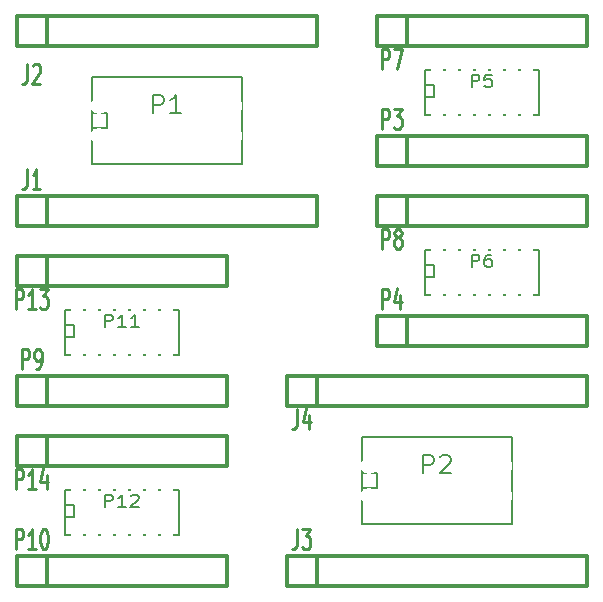
<source format=gto>
G04 (created by PCBNEW-RS274X (2011-12-28 BZR 3254)-stable) date 2012. 03. 05. 18:39:53*
G01*
G70*
G90*
%MOIN*%
G04 Gerber Fmt 3.4, Leading zero omitted, Abs format*
%FSLAX34Y34*%
G04 APERTURE LIST*
%ADD10C,0.006000*%
%ADD11C,0.005000*%
%ADD12C,0.012000*%
%ADD13C,0.008000*%
%ADD14C,0.010700*%
%ADD15R,0.040000X0.070000*%
%ADD16R,0.075000X0.075000*%
%ADD17C,0.075000*%
%ADD18R,0.040000X0.065000*%
%ADD19C,0.055000*%
G04 APERTURE END LIST*
G54D10*
G54D11*
X12500Y-09950D02*
X12500Y-07050D01*
X07500Y-07050D02*
X07500Y-09950D01*
X12500Y-09950D02*
X07500Y-09950D01*
X07500Y-07050D02*
X12500Y-07050D01*
X07500Y-08250D02*
X08000Y-08250D01*
X08000Y-08250D02*
X08000Y-08750D01*
X08000Y-08750D02*
X07500Y-08750D01*
X21500Y-21950D02*
X21500Y-19050D01*
X16500Y-19050D02*
X16500Y-21950D01*
X21500Y-21950D02*
X16500Y-21950D01*
X16500Y-19050D02*
X21500Y-19050D01*
X16500Y-20250D02*
X17000Y-20250D01*
X17000Y-20250D02*
X17000Y-20750D01*
X17000Y-20750D02*
X16500Y-20750D01*
G54D12*
X05000Y-12000D02*
X05000Y-11000D01*
X05000Y-11000D02*
X15000Y-11000D01*
X15000Y-11000D02*
X15000Y-12000D01*
X15000Y-12000D02*
X05000Y-12000D01*
X06000Y-12000D02*
X06000Y-11000D01*
X05000Y-06000D02*
X05000Y-05000D01*
X05000Y-05000D02*
X15000Y-05000D01*
X15000Y-05000D02*
X15000Y-06000D01*
X15000Y-06000D02*
X05000Y-06000D01*
X06000Y-06000D02*
X06000Y-05000D01*
X14000Y-24000D02*
X14000Y-23000D01*
X14000Y-23000D02*
X24000Y-23000D01*
X24000Y-23000D02*
X24000Y-24000D01*
X24000Y-24000D02*
X14000Y-24000D01*
X15000Y-24000D02*
X15000Y-23000D01*
X14000Y-18000D02*
X14000Y-17000D01*
X14000Y-17000D02*
X24000Y-17000D01*
X24000Y-17000D02*
X24000Y-18000D01*
X24000Y-18000D02*
X14000Y-18000D01*
X15000Y-18000D02*
X15000Y-17000D01*
G54D13*
X18600Y-06800D02*
X22400Y-06800D01*
X22400Y-06800D02*
X22400Y-08300D01*
X22400Y-08300D02*
X18600Y-08300D01*
X18600Y-08300D02*
X18600Y-06800D01*
X18600Y-07300D02*
X18900Y-07300D01*
X18900Y-07300D02*
X18900Y-07700D01*
X18900Y-07700D02*
X18600Y-07700D01*
X06600Y-14800D02*
X10400Y-14800D01*
X10400Y-14800D02*
X10400Y-16300D01*
X10400Y-16300D02*
X06600Y-16300D01*
X06600Y-16300D02*
X06600Y-14800D01*
X06600Y-15300D02*
X06900Y-15300D01*
X06900Y-15300D02*
X06900Y-15700D01*
X06900Y-15700D02*
X06600Y-15700D01*
G54D12*
X17000Y-11000D02*
X17000Y-11000D01*
X17000Y-11000D02*
X24000Y-11000D01*
X24000Y-11000D02*
X24000Y-12000D01*
X24000Y-12000D02*
X17000Y-12000D01*
X17000Y-12000D02*
X17000Y-11000D01*
X18000Y-12000D02*
X18000Y-12000D01*
X18000Y-12000D02*
X18000Y-11000D01*
X05000Y-17000D02*
X05000Y-17000D01*
X05000Y-17000D02*
X12000Y-17000D01*
X12000Y-17000D02*
X12000Y-18000D01*
X12000Y-18000D02*
X05000Y-18000D01*
X05000Y-18000D02*
X05000Y-17000D01*
X06000Y-18000D02*
X06000Y-18000D01*
X06000Y-18000D02*
X06000Y-17000D01*
X05000Y-23000D02*
X05000Y-23000D01*
X05000Y-23000D02*
X12000Y-23000D01*
X12000Y-23000D02*
X12000Y-24000D01*
X12000Y-24000D02*
X05000Y-24000D01*
X05000Y-24000D02*
X05000Y-23000D01*
X06000Y-24000D02*
X06000Y-24000D01*
X06000Y-24000D02*
X06000Y-23000D01*
X17000Y-15000D02*
X17000Y-15000D01*
X17000Y-15000D02*
X24000Y-15000D01*
X24000Y-15000D02*
X24000Y-16000D01*
X24000Y-16000D02*
X17000Y-16000D01*
X17000Y-16000D02*
X17000Y-15000D01*
X18000Y-16000D02*
X18000Y-16000D01*
X18000Y-16000D02*
X18000Y-15000D01*
X05000Y-13000D02*
X05000Y-13000D01*
X05000Y-13000D02*
X12000Y-13000D01*
X12000Y-13000D02*
X12000Y-14000D01*
X12000Y-14000D02*
X05000Y-14000D01*
X05000Y-14000D02*
X05000Y-13000D01*
X06000Y-14000D02*
X06000Y-14000D01*
X06000Y-14000D02*
X06000Y-13000D01*
X05000Y-19000D02*
X05000Y-19000D01*
X05000Y-19000D02*
X12000Y-19000D01*
X12000Y-19000D02*
X12000Y-20000D01*
X12000Y-20000D02*
X05000Y-20000D01*
X05000Y-20000D02*
X05000Y-19000D01*
X06000Y-20000D02*
X06000Y-20000D01*
X06000Y-20000D02*
X06000Y-19000D01*
X17000Y-09000D02*
X17000Y-09000D01*
X17000Y-09000D02*
X24000Y-09000D01*
X24000Y-09000D02*
X24000Y-10000D01*
X24000Y-10000D02*
X17000Y-10000D01*
X17000Y-10000D02*
X17000Y-09000D01*
X18000Y-10000D02*
X18000Y-10000D01*
X18000Y-10000D02*
X18000Y-09000D01*
G54D13*
X18600Y-12800D02*
X22400Y-12800D01*
X22400Y-12800D02*
X22400Y-14300D01*
X22400Y-14300D02*
X18600Y-14300D01*
X18600Y-14300D02*
X18600Y-12800D01*
X18600Y-13300D02*
X18900Y-13300D01*
X18900Y-13300D02*
X18900Y-13700D01*
X18900Y-13700D02*
X18600Y-13700D01*
G54D12*
X17000Y-05000D02*
X17000Y-05000D01*
X17000Y-05000D02*
X24000Y-05000D01*
X24000Y-05000D02*
X24000Y-06000D01*
X24000Y-06000D02*
X17000Y-06000D01*
X17000Y-06000D02*
X17000Y-05000D01*
X18000Y-06000D02*
X18000Y-06000D01*
X18000Y-06000D02*
X18000Y-05000D01*
G54D13*
X06600Y-20800D02*
X10400Y-20800D01*
X10400Y-20800D02*
X10400Y-22300D01*
X10400Y-22300D02*
X06600Y-22300D01*
X06600Y-22300D02*
X06600Y-20800D01*
X06600Y-21300D02*
X06900Y-21300D01*
X06900Y-21300D02*
X06900Y-21700D01*
X06900Y-21700D02*
X06600Y-21700D01*
G54D11*
X09558Y-08243D02*
X09558Y-07643D01*
X09786Y-07643D01*
X09844Y-07671D01*
X09872Y-07700D01*
X09901Y-07757D01*
X09901Y-07843D01*
X09872Y-07900D01*
X09844Y-07929D01*
X09786Y-07957D01*
X09558Y-07957D01*
X10472Y-08243D02*
X10129Y-08243D01*
X10301Y-08243D02*
X10301Y-07643D01*
X10244Y-07729D01*
X10186Y-07786D01*
X10129Y-07814D01*
X18558Y-20243D02*
X18558Y-19643D01*
X18786Y-19643D01*
X18844Y-19671D01*
X18872Y-19700D01*
X18901Y-19757D01*
X18901Y-19843D01*
X18872Y-19900D01*
X18844Y-19929D01*
X18786Y-19957D01*
X18558Y-19957D01*
X19129Y-19700D02*
X19158Y-19671D01*
X19215Y-19643D01*
X19358Y-19643D01*
X19415Y-19671D01*
X19444Y-19700D01*
X19472Y-19757D01*
X19472Y-19814D01*
X19444Y-19900D01*
X19101Y-20243D01*
X19472Y-20243D01*
G54D14*
X05357Y-10094D02*
X05357Y-10581D01*
X05337Y-10678D01*
X05296Y-10743D01*
X05235Y-10775D01*
X05194Y-10775D01*
X05785Y-10775D02*
X05541Y-10775D01*
X05663Y-10775D02*
X05663Y-10094D01*
X05622Y-10191D01*
X05581Y-10256D01*
X05541Y-10289D01*
X05357Y-06594D02*
X05357Y-07081D01*
X05337Y-07178D01*
X05296Y-07243D01*
X05235Y-07275D01*
X05194Y-07275D01*
X05541Y-06659D02*
X05561Y-06627D01*
X05602Y-06594D01*
X05704Y-06594D01*
X05744Y-06627D01*
X05765Y-06659D01*
X05785Y-06724D01*
X05785Y-06789D01*
X05765Y-06886D01*
X05520Y-07275D01*
X05785Y-07275D01*
X14357Y-22094D02*
X14357Y-22581D01*
X14337Y-22678D01*
X14296Y-22743D01*
X14235Y-22775D01*
X14194Y-22775D01*
X14520Y-22094D02*
X14785Y-22094D01*
X14642Y-22354D01*
X14704Y-22354D01*
X14744Y-22386D01*
X14765Y-22418D01*
X14785Y-22483D01*
X14785Y-22645D01*
X14765Y-22710D01*
X14744Y-22743D01*
X14704Y-22775D01*
X14581Y-22775D01*
X14541Y-22743D01*
X14520Y-22710D01*
X14357Y-18094D02*
X14357Y-18581D01*
X14337Y-18678D01*
X14296Y-18743D01*
X14235Y-18775D01*
X14194Y-18775D01*
X14744Y-18321D02*
X14744Y-18775D01*
X14642Y-18062D02*
X14541Y-18548D01*
X14805Y-18548D01*
G54D11*
X20168Y-07362D02*
X20168Y-06962D01*
X20340Y-06962D01*
X20382Y-06981D01*
X20404Y-07000D01*
X20425Y-07038D01*
X20425Y-07095D01*
X20404Y-07133D01*
X20382Y-07152D01*
X20340Y-07171D01*
X20168Y-07171D01*
X20832Y-06962D02*
X20618Y-06962D01*
X20597Y-07152D01*
X20618Y-07133D01*
X20661Y-07114D01*
X20768Y-07114D01*
X20811Y-07133D01*
X20832Y-07152D01*
X20854Y-07190D01*
X20854Y-07286D01*
X20832Y-07324D01*
X20811Y-07343D01*
X20768Y-07362D01*
X20661Y-07362D01*
X20618Y-07343D01*
X20597Y-07324D01*
X07953Y-15362D02*
X07953Y-14962D01*
X08125Y-14962D01*
X08167Y-14981D01*
X08189Y-15000D01*
X08210Y-15038D01*
X08210Y-15095D01*
X08189Y-15133D01*
X08167Y-15152D01*
X08125Y-15171D01*
X07953Y-15171D01*
X08639Y-15362D02*
X08382Y-15362D01*
X08510Y-15362D02*
X08510Y-14962D01*
X08467Y-15019D01*
X08425Y-15057D01*
X08382Y-15076D01*
X09068Y-15362D02*
X08811Y-15362D01*
X08939Y-15362D02*
X08939Y-14962D01*
X08896Y-15019D01*
X08854Y-15057D01*
X08811Y-15076D01*
G54D14*
X17184Y-12775D02*
X17184Y-12094D01*
X17347Y-12094D01*
X17388Y-12127D01*
X17408Y-12159D01*
X17428Y-12224D01*
X17428Y-12321D01*
X17408Y-12386D01*
X17388Y-12418D01*
X17347Y-12451D01*
X17184Y-12451D01*
X17673Y-12386D02*
X17632Y-12354D01*
X17612Y-12321D01*
X17592Y-12256D01*
X17592Y-12224D01*
X17612Y-12159D01*
X17632Y-12127D01*
X17673Y-12094D01*
X17755Y-12094D01*
X17795Y-12127D01*
X17816Y-12159D01*
X17836Y-12224D01*
X17836Y-12256D01*
X17816Y-12321D01*
X17795Y-12354D01*
X17755Y-12386D01*
X17673Y-12386D01*
X17632Y-12418D01*
X17612Y-12451D01*
X17592Y-12516D01*
X17592Y-12645D01*
X17612Y-12710D01*
X17632Y-12743D01*
X17673Y-12775D01*
X17755Y-12775D01*
X17795Y-12743D01*
X17816Y-12710D01*
X17836Y-12645D01*
X17836Y-12516D01*
X17816Y-12451D01*
X17795Y-12418D01*
X17755Y-12386D01*
X05184Y-16775D02*
X05184Y-16094D01*
X05347Y-16094D01*
X05388Y-16127D01*
X05408Y-16159D01*
X05428Y-16224D01*
X05428Y-16321D01*
X05408Y-16386D01*
X05388Y-16418D01*
X05347Y-16451D01*
X05184Y-16451D01*
X05632Y-16775D02*
X05714Y-16775D01*
X05755Y-16743D01*
X05775Y-16710D01*
X05816Y-16613D01*
X05836Y-16483D01*
X05836Y-16224D01*
X05816Y-16159D01*
X05795Y-16127D01*
X05755Y-16094D01*
X05673Y-16094D01*
X05632Y-16127D01*
X05612Y-16159D01*
X05592Y-16224D01*
X05592Y-16386D01*
X05612Y-16451D01*
X05632Y-16483D01*
X05673Y-16516D01*
X05755Y-16516D01*
X05795Y-16483D01*
X05816Y-16451D01*
X05836Y-16386D01*
X04980Y-22775D02*
X04980Y-22094D01*
X05143Y-22094D01*
X05184Y-22127D01*
X05204Y-22159D01*
X05224Y-22224D01*
X05224Y-22321D01*
X05204Y-22386D01*
X05184Y-22418D01*
X05143Y-22451D01*
X04980Y-22451D01*
X05632Y-22775D02*
X05388Y-22775D01*
X05510Y-22775D02*
X05510Y-22094D01*
X05469Y-22191D01*
X05428Y-22256D01*
X05388Y-22289D01*
X05897Y-22094D02*
X05938Y-22094D01*
X05979Y-22127D01*
X05999Y-22159D01*
X06020Y-22224D01*
X06040Y-22354D01*
X06040Y-22516D01*
X06020Y-22645D01*
X05999Y-22710D01*
X05979Y-22743D01*
X05938Y-22775D01*
X05897Y-22775D01*
X05857Y-22743D01*
X05836Y-22710D01*
X05816Y-22645D01*
X05796Y-22516D01*
X05796Y-22354D01*
X05816Y-22224D01*
X05836Y-22159D01*
X05857Y-22127D01*
X05897Y-22094D01*
X17184Y-14775D02*
X17184Y-14094D01*
X17347Y-14094D01*
X17388Y-14127D01*
X17408Y-14159D01*
X17428Y-14224D01*
X17428Y-14321D01*
X17408Y-14386D01*
X17388Y-14418D01*
X17347Y-14451D01*
X17184Y-14451D01*
X17795Y-14321D02*
X17795Y-14775D01*
X17693Y-14062D02*
X17592Y-14548D01*
X17856Y-14548D01*
X04980Y-14775D02*
X04980Y-14094D01*
X05143Y-14094D01*
X05184Y-14127D01*
X05204Y-14159D01*
X05224Y-14224D01*
X05224Y-14321D01*
X05204Y-14386D01*
X05184Y-14418D01*
X05143Y-14451D01*
X04980Y-14451D01*
X05632Y-14775D02*
X05388Y-14775D01*
X05510Y-14775D02*
X05510Y-14094D01*
X05469Y-14191D01*
X05428Y-14256D01*
X05388Y-14289D01*
X05775Y-14094D02*
X06040Y-14094D01*
X05897Y-14354D01*
X05959Y-14354D01*
X05999Y-14386D01*
X06020Y-14418D01*
X06040Y-14483D01*
X06040Y-14645D01*
X06020Y-14710D01*
X05999Y-14743D01*
X05959Y-14775D01*
X05836Y-14775D01*
X05796Y-14743D01*
X05775Y-14710D01*
X04980Y-20775D02*
X04980Y-20094D01*
X05143Y-20094D01*
X05184Y-20127D01*
X05204Y-20159D01*
X05224Y-20224D01*
X05224Y-20321D01*
X05204Y-20386D01*
X05184Y-20418D01*
X05143Y-20451D01*
X04980Y-20451D01*
X05632Y-20775D02*
X05388Y-20775D01*
X05510Y-20775D02*
X05510Y-20094D01*
X05469Y-20191D01*
X05428Y-20256D01*
X05388Y-20289D01*
X05999Y-20321D02*
X05999Y-20775D01*
X05897Y-20062D02*
X05796Y-20548D01*
X06060Y-20548D01*
X17184Y-08775D02*
X17184Y-08094D01*
X17347Y-08094D01*
X17388Y-08127D01*
X17408Y-08159D01*
X17428Y-08224D01*
X17428Y-08321D01*
X17408Y-08386D01*
X17388Y-08418D01*
X17347Y-08451D01*
X17184Y-08451D01*
X17571Y-08094D02*
X17836Y-08094D01*
X17693Y-08354D01*
X17755Y-08354D01*
X17795Y-08386D01*
X17816Y-08418D01*
X17836Y-08483D01*
X17836Y-08645D01*
X17816Y-08710D01*
X17795Y-08743D01*
X17755Y-08775D01*
X17632Y-08775D01*
X17592Y-08743D01*
X17571Y-08710D01*
G54D11*
X20168Y-13362D02*
X20168Y-12962D01*
X20340Y-12962D01*
X20382Y-12981D01*
X20404Y-13000D01*
X20425Y-13038D01*
X20425Y-13095D01*
X20404Y-13133D01*
X20382Y-13152D01*
X20340Y-13171D01*
X20168Y-13171D01*
X20811Y-12962D02*
X20725Y-12962D01*
X20682Y-12981D01*
X20661Y-13000D01*
X20618Y-13057D01*
X20597Y-13133D01*
X20597Y-13286D01*
X20618Y-13324D01*
X20640Y-13343D01*
X20682Y-13362D01*
X20768Y-13362D01*
X20811Y-13343D01*
X20832Y-13324D01*
X20854Y-13286D01*
X20854Y-13190D01*
X20832Y-13152D01*
X20811Y-13133D01*
X20768Y-13114D01*
X20682Y-13114D01*
X20640Y-13133D01*
X20618Y-13152D01*
X20597Y-13190D01*
G54D14*
X17184Y-06775D02*
X17184Y-06094D01*
X17347Y-06094D01*
X17388Y-06127D01*
X17408Y-06159D01*
X17428Y-06224D01*
X17428Y-06321D01*
X17408Y-06386D01*
X17388Y-06418D01*
X17347Y-06451D01*
X17184Y-06451D01*
X17571Y-06094D02*
X17856Y-06094D01*
X17673Y-06775D01*
G54D11*
X07953Y-21362D02*
X07953Y-20962D01*
X08125Y-20962D01*
X08167Y-20981D01*
X08189Y-21000D01*
X08210Y-21038D01*
X08210Y-21095D01*
X08189Y-21133D01*
X08167Y-21152D01*
X08125Y-21171D01*
X07953Y-21171D01*
X08639Y-21362D02*
X08382Y-21362D01*
X08510Y-21362D02*
X08510Y-20962D01*
X08467Y-21019D01*
X08425Y-21057D01*
X08382Y-21076D01*
X08811Y-21000D02*
X08832Y-20981D01*
X08875Y-20962D01*
X08982Y-20962D01*
X09025Y-20981D01*
X09046Y-21000D01*
X09068Y-21038D01*
X09068Y-21076D01*
X09046Y-21133D01*
X08789Y-21362D01*
X09068Y-21362D01*
%LPC*%
G54D15*
X12250Y-06600D03*
X11750Y-06600D03*
X11250Y-06600D03*
X10750Y-06600D03*
X10250Y-06600D03*
X09750Y-06600D03*
X09250Y-06600D03*
X08750Y-06600D03*
X08250Y-06600D03*
X07750Y-06600D03*
X07750Y-10400D03*
X08250Y-10400D03*
X08750Y-10400D03*
X09250Y-10400D03*
X09750Y-10400D03*
X10250Y-10400D03*
X10750Y-10400D03*
X11250Y-10400D03*
X11750Y-10400D03*
X12250Y-10400D03*
X21250Y-18600D03*
X20750Y-18600D03*
X20250Y-18600D03*
X19750Y-18600D03*
X19250Y-18600D03*
X18750Y-18600D03*
X18250Y-18600D03*
X17750Y-18600D03*
X17250Y-18600D03*
X16750Y-18600D03*
X16750Y-22400D03*
X17250Y-22400D03*
X17750Y-22400D03*
X18250Y-22400D03*
X18750Y-22400D03*
X19250Y-22400D03*
X19750Y-22400D03*
X20250Y-22400D03*
X20750Y-22400D03*
X21250Y-22400D03*
G54D16*
X05500Y-11500D03*
G54D17*
X06500Y-11500D03*
X07500Y-11500D03*
X08500Y-11500D03*
X09500Y-11500D03*
X10500Y-11500D03*
X11500Y-11500D03*
X12500Y-11500D03*
X13500Y-11500D03*
X14500Y-11500D03*
G54D16*
X05500Y-05500D03*
G54D17*
X06500Y-05500D03*
X07500Y-05500D03*
X08500Y-05500D03*
X09500Y-05500D03*
X10500Y-05500D03*
X11500Y-05500D03*
X12500Y-05500D03*
X13500Y-05500D03*
X14500Y-05500D03*
G54D16*
X14500Y-23500D03*
G54D17*
X15500Y-23500D03*
X16500Y-23500D03*
X17500Y-23500D03*
X18500Y-23500D03*
X19500Y-23500D03*
X20500Y-23500D03*
X21500Y-23500D03*
X22500Y-23500D03*
X23500Y-23500D03*
G54D16*
X14500Y-17500D03*
G54D17*
X15500Y-17500D03*
X16500Y-17500D03*
X17500Y-17500D03*
X18500Y-17500D03*
X19500Y-17500D03*
X20500Y-17500D03*
X21500Y-17500D03*
X22500Y-17500D03*
X23500Y-17500D03*
G54D18*
X19000Y-08600D03*
X19500Y-08600D03*
X20000Y-08600D03*
X20500Y-08600D03*
X21000Y-08600D03*
X21500Y-08600D03*
X22000Y-08600D03*
X22000Y-06500D03*
X21500Y-06500D03*
X21000Y-06500D03*
X20500Y-06500D03*
X20000Y-06500D03*
X19500Y-06500D03*
X19000Y-06500D03*
X07000Y-16600D03*
X07500Y-16600D03*
X08000Y-16600D03*
X08500Y-16600D03*
X09000Y-16600D03*
X09500Y-16600D03*
X10000Y-16600D03*
X10000Y-14500D03*
X09500Y-14500D03*
X09000Y-14500D03*
X08500Y-14500D03*
X08000Y-14500D03*
X07500Y-14500D03*
X07000Y-14500D03*
G54D16*
X17500Y-11500D03*
G54D17*
X18500Y-11500D03*
X19500Y-11500D03*
X20500Y-11500D03*
X21500Y-11500D03*
X22500Y-11500D03*
X23500Y-11500D03*
G54D16*
X05500Y-17500D03*
G54D17*
X06500Y-17500D03*
X07500Y-17500D03*
X08500Y-17500D03*
X09500Y-17500D03*
X10500Y-17500D03*
X11500Y-17500D03*
G54D16*
X05500Y-23500D03*
G54D17*
X06500Y-23500D03*
X07500Y-23500D03*
X08500Y-23500D03*
X09500Y-23500D03*
X10500Y-23500D03*
X11500Y-23500D03*
G54D16*
X17500Y-15500D03*
G54D17*
X18500Y-15500D03*
X19500Y-15500D03*
X20500Y-15500D03*
X21500Y-15500D03*
X22500Y-15500D03*
X23500Y-15500D03*
G54D16*
X05500Y-13500D03*
G54D17*
X06500Y-13500D03*
X07500Y-13500D03*
X08500Y-13500D03*
X09500Y-13500D03*
X10500Y-13500D03*
X11500Y-13500D03*
G54D16*
X05500Y-19500D03*
G54D17*
X06500Y-19500D03*
X07500Y-19500D03*
X08500Y-19500D03*
X09500Y-19500D03*
X10500Y-19500D03*
X11500Y-19500D03*
G54D16*
X17500Y-09500D03*
G54D17*
X18500Y-09500D03*
X19500Y-09500D03*
X20500Y-09500D03*
X21500Y-09500D03*
X22500Y-09500D03*
X23500Y-09500D03*
G54D18*
X19000Y-14600D03*
X19500Y-14600D03*
X20000Y-14600D03*
X20500Y-14600D03*
X21000Y-14600D03*
X21500Y-14600D03*
X22000Y-14600D03*
X22000Y-12500D03*
X21500Y-12500D03*
X21000Y-12500D03*
X20500Y-12500D03*
X20000Y-12500D03*
X19500Y-12500D03*
X19000Y-12500D03*
G54D16*
X17500Y-05500D03*
G54D17*
X18500Y-05500D03*
X19500Y-05500D03*
X20500Y-05500D03*
X21500Y-05500D03*
X22500Y-05500D03*
X23500Y-05500D03*
G54D18*
X07000Y-22600D03*
X07500Y-22600D03*
X08000Y-22600D03*
X08500Y-22600D03*
X09000Y-22600D03*
X09500Y-22600D03*
X10000Y-22600D03*
X10000Y-20500D03*
X09500Y-20500D03*
X09000Y-20500D03*
X08500Y-20500D03*
X08000Y-20500D03*
X07500Y-20500D03*
X07000Y-20500D03*
G54D19*
X19500Y-07900D03*
X20250Y-21500D03*
X19500Y-07200D03*
X21500Y-07200D03*
X21500Y-07900D03*
X11250Y-09500D03*
X07750Y-08000D03*
X11250Y-07500D03*
X07750Y-09000D03*
X20250Y-19500D03*
X16750Y-20000D03*
X12250Y-08000D03*
X08750Y-07500D03*
X12250Y-09000D03*
X08750Y-09500D03*
X17750Y-21500D03*
X16750Y-21000D03*
X21250Y-20000D03*
X17750Y-19500D03*
X21250Y-21000D03*
X19500Y-13200D03*
X19500Y-13900D03*
X21500Y-13900D03*
X09500Y-21100D03*
X21500Y-13200D03*
X07500Y-21100D03*
X07500Y-22000D03*
X09500Y-22000D03*
X09500Y-15900D03*
X07500Y-15900D03*
X07500Y-15200D03*
X09500Y-15200D03*
M02*

</source>
